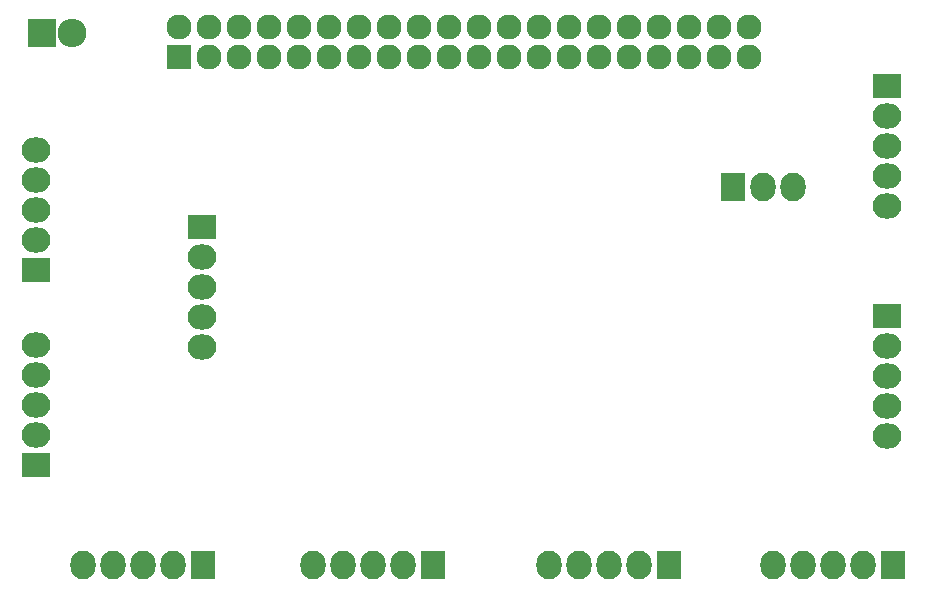
<source format=gbs>
G04 #@! TF.FileFunction,Soldermask,Bot*
%FSLAX46Y46*%
G04 Gerber Fmt 4.6, Leading zero omitted, Abs format (unit mm)*
G04 Created by KiCad (PCBNEW 4.0.2+dfsg1-stable) date Thu 29 Mar 2018 09:38:32 PM EDT*
%MOMM*%
G01*
G04 APERTURE LIST*
%ADD10C,0.100000*%
%ADD11R,2.127200X2.432000*%
%ADD12O,2.127200X2.432000*%
%ADD13R,2.432000X2.127200*%
%ADD14O,2.432000X2.127200*%
%ADD15R,2.432000X2.432000*%
%ADD16O,2.432000X2.432000*%
%ADD17R,2.127200X2.127200*%
%ADD18O,2.127200X2.127200*%
G04 APERTURE END LIST*
D10*
D11*
X84540000Y-90000000D03*
D12*
X82000000Y-90000000D03*
X79460000Y-90000000D03*
X76920000Y-90000000D03*
X74380000Y-90000000D03*
D13*
X31000000Y-81540000D03*
D14*
X31000000Y-79000000D03*
X31000000Y-76460000D03*
X31000000Y-73920000D03*
X31000000Y-71380000D03*
D13*
X103000000Y-49460000D03*
D14*
X103000000Y-52000000D03*
X103000000Y-54540000D03*
X103000000Y-57080000D03*
X103000000Y-59620000D03*
D13*
X103000000Y-68920000D03*
D14*
X103000000Y-71460000D03*
X103000000Y-74000000D03*
X103000000Y-76540000D03*
X103000000Y-79080000D03*
D11*
X103540000Y-90000000D03*
D12*
X101000000Y-90000000D03*
X98460000Y-90000000D03*
X95920000Y-90000000D03*
X93380000Y-90000000D03*
D11*
X64540000Y-90000000D03*
D12*
X62000000Y-90000000D03*
X59460000Y-90000000D03*
X56920000Y-90000000D03*
X54380000Y-90000000D03*
D11*
X45080000Y-90000000D03*
D12*
X42540000Y-90000000D03*
X40000000Y-90000000D03*
X37460000Y-90000000D03*
X34920000Y-90000000D03*
D13*
X31000000Y-65080000D03*
D14*
X31000000Y-62540000D03*
X31000000Y-60000000D03*
X31000000Y-57460000D03*
X31000000Y-54920000D03*
D15*
X31460000Y-45000000D03*
D16*
X34000000Y-45000000D03*
D17*
X43060000Y-47000000D03*
D18*
X43060000Y-44460000D03*
X45600000Y-47000000D03*
X45600000Y-44460000D03*
X48140000Y-47000000D03*
X48140000Y-44460000D03*
X50680000Y-47000000D03*
X50680000Y-44460000D03*
X53220000Y-47000000D03*
X53220000Y-44460000D03*
X55760000Y-47000000D03*
X55760000Y-44460000D03*
X58300000Y-47000000D03*
X58300000Y-44460000D03*
X60840000Y-47000000D03*
X60840000Y-44460000D03*
X63380000Y-47000000D03*
X63380000Y-44460000D03*
X65920000Y-47000000D03*
X65920000Y-44460000D03*
X68460000Y-47000000D03*
X68460000Y-44460000D03*
X71000000Y-47000000D03*
X71000000Y-44460000D03*
X73540000Y-47000000D03*
X73540000Y-44460000D03*
X76080000Y-47000000D03*
X76080000Y-44460000D03*
X78620000Y-47000000D03*
X78620000Y-44460000D03*
X81160000Y-47000000D03*
X81160000Y-44460000D03*
X83700000Y-47000000D03*
X83700000Y-44460000D03*
X86240000Y-47000000D03*
X86240000Y-44460000D03*
X88780000Y-47000000D03*
X88780000Y-44460000D03*
X91320000Y-47000000D03*
X91320000Y-44460000D03*
D11*
X90000000Y-58000000D03*
D12*
X92540000Y-58000000D03*
X95080000Y-58000000D03*
D13*
X45000000Y-61460000D03*
D14*
X45000000Y-64000000D03*
X45000000Y-66540000D03*
X45000000Y-69080000D03*
X45000000Y-71620000D03*
M02*

</source>
